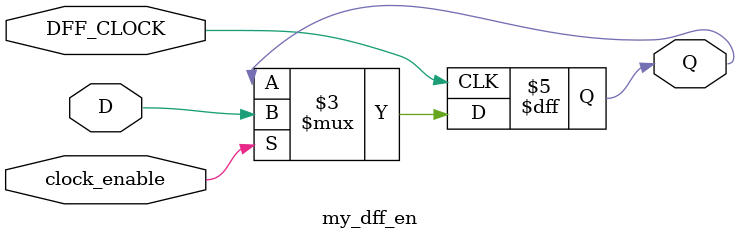
<source format=sv>
module Debounce(
    input logic pb_1, clk,
    output logic pb_out
);
    logic slow_clk_en;
    logic Q1, Q2, Q2_bar, Q0;

    // Instanciamos el generador de reloj lento
    clock_enable u1 (.Clk_100M(clk), .slow_clk_en(slow_clk_en));

    // Flip-flops con habilitación de reloj
    my_dff_en d0 (.DFF_CLOCK(clk), .clock_enable(slow_clk_en), .D(pb_1), .Q(Q0));
    my_dff_en d1 (.DFF_CLOCK(clk), .clock_enable(slow_clk_en), .D(Q0), .Q(Q1));
    my_dff_en d2 (.DFF_CLOCK(clk), .clock_enable(slow_clk_en), .D(Q1), .Q(Q2));

    // Inversión de la señal Q2 y cálculo de la salida debounced
    assign Q2_bar = ~Q2;
    assign pb_out = Q1 & Q2_bar;
endmodule

// Generador de habilitación de reloj lento para el botón
module clock_enable(
    input logic Clk_100M,
    output logic slow_clk_en
);
    logic [26:0] counter = 0;

    // Contador para generar el reloj lento
    always_ff @(posedge Clk_100M) begin
        if (counter >= 249999)
            counter <= 0;
        else
            counter <= counter + 1;
    end

    assign slow_clk_en = (counter == 249999) ? 1'b1 : 1'b0;
endmodule

// D flip-flop con habilitación de reloj para el módulo de debouncing
module my_dff_en(
    input logic DFF_CLOCK, clock_enable, D,
    output logic Q = 0
);
    // Flip-flop que captura el valor D solo cuando clock_enable está activado
    always_ff @(posedge DFF_CLOCK) begin
        if (clock_enable)
            Q <= D;
    end
endmodule

</source>
